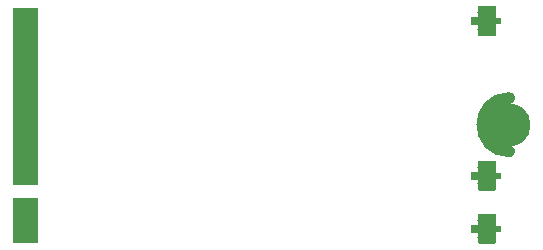
<source format=gts>
G04 #@! TF.FileFunction,Soldermask,Top*
%FSLAX46Y46*%
G04 Gerber Fmt 4.6, Leading zero omitted, Abs format (unit mm)*
G04 Created by KiCad (PCBNEW 4.0.7) date Fri Mar 16 12:52:25 2018*
%MOMM*%
%LPD*%
G01*
G04 APERTURE LIST*
%ADD10C,0.100000*%
%ADD11C,1.000000*%
%ADD12R,1.850000X0.500000*%
%ADD13R,1.580002X0.500002*%
%ADD14R,0.500002X0.500002*%
%ADD15R,0.740000X0.790000*%
%ADD16C,3.650000*%
%ADD17C,0.000010*%
%ADD18C,0.254000*%
G04 APERTURE END LIST*
D10*
D11*
X160850000Y-92750000D02*
G75*
G03X160850000Y-97250000I0J-2250000D01*
G01*
D12*
X120000000Y-104250000D03*
X120000000Y-103750000D03*
X120000000Y-103250000D03*
X120000000Y-102750000D03*
X120000000Y-102250000D03*
X120000000Y-101750000D03*
X120000000Y-99250000D03*
X120000000Y-98750000D03*
X120000000Y-98250000D03*
X120000000Y-97750000D03*
X120000000Y-97250000D03*
X120000000Y-96750000D03*
X120000000Y-96250000D03*
X120000000Y-95750000D03*
X120000000Y-95250000D03*
X120000000Y-94750000D03*
X120000000Y-94250000D03*
X120000000Y-93750000D03*
X120000000Y-93250000D03*
X120000000Y-92750000D03*
X120000000Y-92250000D03*
X120000000Y-91750000D03*
X120000000Y-91250000D03*
X120000000Y-90750000D03*
X120000000Y-90250000D03*
X120000000Y-89750000D03*
X120000000Y-89250000D03*
X120000000Y-88750000D03*
X120000000Y-88250000D03*
X120000000Y-87750000D03*
X120000000Y-87250000D03*
X120000000Y-86750000D03*
X120000000Y-86250000D03*
X120000000Y-85750000D03*
D13*
X158950000Y-98300000D03*
X158950000Y-100300000D03*
D14*
X159950000Y-99300000D03*
D15*
X157975000Y-99300000D03*
D10*
G36*
X159219999Y-98549999D02*
X159740001Y-98549999D01*
X159740001Y-98630001D01*
X159219999Y-98630001D01*
X159219999Y-98549999D01*
X159219999Y-98549999D01*
G37*
G36*
X159139999Y-98550000D02*
X159220000Y-98549999D01*
X159220001Y-98550000D01*
X159220000Y-98630001D01*
X159139999Y-98550000D01*
X159139999Y-98550000D01*
G37*
G36*
X158680000Y-98630001D02*
X158679999Y-98550000D01*
X158680000Y-98549999D01*
X158760001Y-98550000D01*
X158680000Y-98630001D01*
X158680000Y-98630001D01*
G37*
G36*
X158159999Y-98549999D02*
X158680001Y-98549999D01*
X158680001Y-98630001D01*
X158159999Y-98630001D01*
X158159999Y-98549999D01*
X158159999Y-98549999D01*
G37*
G36*
X159219999Y-99969999D02*
X159740001Y-99969999D01*
X159740001Y-100050001D01*
X159219999Y-100050001D01*
X159219999Y-99969999D01*
X159219999Y-99969999D01*
G37*
G36*
X158760001Y-100050000D02*
X158680000Y-100050001D01*
X158679999Y-100050000D01*
X158680000Y-99969999D01*
X158760001Y-100050000D01*
X158760001Y-100050000D01*
G37*
G36*
X159220000Y-99969999D02*
X159220001Y-100050000D01*
X159220000Y-100050001D01*
X159139999Y-100050000D01*
X159220000Y-99969999D01*
X159220000Y-99969999D01*
G37*
G36*
X158159999Y-99969999D02*
X158680001Y-99969999D01*
X158680001Y-100050001D01*
X158159999Y-100050001D01*
X158159999Y-99969999D01*
X158159999Y-99969999D01*
G37*
G36*
X159189999Y-98539999D02*
X159490001Y-98539999D01*
X159490001Y-98600001D01*
X159189999Y-98600001D01*
X159189999Y-98539999D01*
X159189999Y-98539999D01*
G37*
G36*
X158409999Y-98539999D02*
X158710001Y-98539999D01*
X158710001Y-98600001D01*
X158409999Y-98600001D01*
X158409999Y-98539999D01*
X158409999Y-98539999D01*
G37*
G36*
X158389999Y-98630001D02*
X158389999Y-98049999D01*
X158450001Y-98049999D01*
X158450001Y-98630001D01*
X158389999Y-98630001D01*
X158389999Y-98630001D01*
G37*
G36*
X159449999Y-100550001D02*
X159449999Y-99969999D01*
X159510001Y-99969999D01*
X159510001Y-100550001D01*
X159449999Y-100550001D01*
X159449999Y-100550001D01*
G37*
G36*
X159449999Y-98630001D02*
X159449999Y-98049999D01*
X159510001Y-98049999D01*
X159510001Y-98630001D01*
X159449999Y-98630001D01*
X159449999Y-98630001D01*
G37*
G36*
X158389999Y-100550001D02*
X158389999Y-99969999D01*
X158450001Y-99969999D01*
X158450001Y-100550001D01*
X158389999Y-100550001D01*
X158389999Y-100550001D01*
G37*
G36*
X159189999Y-99999999D02*
X159490001Y-99999999D01*
X159490001Y-100060001D01*
X159189999Y-100060001D01*
X159189999Y-99999999D01*
X159189999Y-99999999D01*
G37*
G36*
X158409999Y-99999999D02*
X158710001Y-99999999D01*
X158710001Y-100060001D01*
X158409999Y-100060001D01*
X158409999Y-99999999D01*
X158409999Y-99999999D01*
G37*
D13*
X158950000Y-102800000D03*
X158950000Y-104800000D03*
D14*
X159950000Y-103800000D03*
D15*
X157975000Y-103800000D03*
D10*
G36*
X159219999Y-103049999D02*
X159740001Y-103049999D01*
X159740001Y-103130001D01*
X159219999Y-103130001D01*
X159219999Y-103049999D01*
X159219999Y-103049999D01*
G37*
G36*
X159139999Y-103050000D02*
X159220000Y-103049999D01*
X159220001Y-103050000D01*
X159220000Y-103130001D01*
X159139999Y-103050000D01*
X159139999Y-103050000D01*
G37*
G36*
X158680000Y-103130001D02*
X158679999Y-103050000D01*
X158680000Y-103049999D01*
X158760001Y-103050000D01*
X158680000Y-103130001D01*
X158680000Y-103130001D01*
G37*
G36*
X158159999Y-103049999D02*
X158680001Y-103049999D01*
X158680001Y-103130001D01*
X158159999Y-103130001D01*
X158159999Y-103049999D01*
X158159999Y-103049999D01*
G37*
G36*
X159219999Y-104469999D02*
X159740001Y-104469999D01*
X159740001Y-104550001D01*
X159219999Y-104550001D01*
X159219999Y-104469999D01*
X159219999Y-104469999D01*
G37*
G36*
X158760001Y-104550000D02*
X158680000Y-104550001D01*
X158679999Y-104550000D01*
X158680000Y-104469999D01*
X158760001Y-104550000D01*
X158760001Y-104550000D01*
G37*
G36*
X159220000Y-104469999D02*
X159220001Y-104550000D01*
X159220000Y-104550001D01*
X159139999Y-104550000D01*
X159220000Y-104469999D01*
X159220000Y-104469999D01*
G37*
G36*
X158159999Y-104469999D02*
X158680001Y-104469999D01*
X158680001Y-104550001D01*
X158159999Y-104550001D01*
X158159999Y-104469999D01*
X158159999Y-104469999D01*
G37*
G36*
X159189999Y-103039999D02*
X159490001Y-103039999D01*
X159490001Y-103100001D01*
X159189999Y-103100001D01*
X159189999Y-103039999D01*
X159189999Y-103039999D01*
G37*
G36*
X158409999Y-103039999D02*
X158710001Y-103039999D01*
X158710001Y-103100001D01*
X158409999Y-103100001D01*
X158409999Y-103039999D01*
X158409999Y-103039999D01*
G37*
G36*
X158389999Y-103130001D02*
X158389999Y-102549999D01*
X158450001Y-102549999D01*
X158450001Y-103130001D01*
X158389999Y-103130001D01*
X158389999Y-103130001D01*
G37*
G36*
X159449999Y-105050001D02*
X159449999Y-104469999D01*
X159510001Y-104469999D01*
X159510001Y-105050001D01*
X159449999Y-105050001D01*
X159449999Y-105050001D01*
G37*
G36*
X159449999Y-103130001D02*
X159449999Y-102549999D01*
X159510001Y-102549999D01*
X159510001Y-103130001D01*
X159449999Y-103130001D01*
X159449999Y-103130001D01*
G37*
G36*
X158389999Y-105050001D02*
X158389999Y-104469999D01*
X158450001Y-104469999D01*
X158450001Y-105050001D01*
X158389999Y-105050001D01*
X158389999Y-105050001D01*
G37*
G36*
X159189999Y-104499999D02*
X159490001Y-104499999D01*
X159490001Y-104560001D01*
X159189999Y-104560001D01*
X159189999Y-104499999D01*
X159189999Y-104499999D01*
G37*
G36*
X158409999Y-104499999D02*
X158710001Y-104499999D01*
X158710001Y-104560001D01*
X158409999Y-104560001D01*
X158409999Y-104499999D01*
X158409999Y-104499999D01*
G37*
D13*
X158950000Y-85200000D03*
X158950000Y-87200000D03*
D14*
X159950000Y-86200000D03*
D15*
X157975000Y-86200000D03*
D10*
G36*
X159219999Y-85449999D02*
X159740001Y-85449999D01*
X159740001Y-85530001D01*
X159219999Y-85530001D01*
X159219999Y-85449999D01*
X159219999Y-85449999D01*
G37*
G36*
X159139999Y-85450000D02*
X159220000Y-85449999D01*
X159220001Y-85450000D01*
X159220000Y-85530001D01*
X159139999Y-85450000D01*
X159139999Y-85450000D01*
G37*
G36*
X158680000Y-85530001D02*
X158679999Y-85450000D01*
X158680000Y-85449999D01*
X158760001Y-85450000D01*
X158680000Y-85530001D01*
X158680000Y-85530001D01*
G37*
G36*
X158159999Y-85449999D02*
X158680001Y-85449999D01*
X158680001Y-85530001D01*
X158159999Y-85530001D01*
X158159999Y-85449999D01*
X158159999Y-85449999D01*
G37*
G36*
X159219999Y-86869999D02*
X159740001Y-86869999D01*
X159740001Y-86950001D01*
X159219999Y-86950001D01*
X159219999Y-86869999D01*
X159219999Y-86869999D01*
G37*
G36*
X158760001Y-86950000D02*
X158680000Y-86950001D01*
X158679999Y-86950000D01*
X158680000Y-86869999D01*
X158760001Y-86950000D01*
X158760001Y-86950000D01*
G37*
G36*
X159220000Y-86869999D02*
X159220001Y-86950000D01*
X159220000Y-86950001D01*
X159139999Y-86950000D01*
X159220000Y-86869999D01*
X159220000Y-86869999D01*
G37*
G36*
X158159999Y-86869999D02*
X158680001Y-86869999D01*
X158680001Y-86950001D01*
X158159999Y-86950001D01*
X158159999Y-86869999D01*
X158159999Y-86869999D01*
G37*
G36*
X159189999Y-85439999D02*
X159490001Y-85439999D01*
X159490001Y-85500001D01*
X159189999Y-85500001D01*
X159189999Y-85439999D01*
X159189999Y-85439999D01*
G37*
G36*
X158409999Y-85439999D02*
X158710001Y-85439999D01*
X158710001Y-85500001D01*
X158409999Y-85500001D01*
X158409999Y-85439999D01*
X158409999Y-85439999D01*
G37*
G36*
X158389999Y-85530001D02*
X158389999Y-84949999D01*
X158450001Y-84949999D01*
X158450001Y-85530001D01*
X158389999Y-85530001D01*
X158389999Y-85530001D01*
G37*
G36*
X159449999Y-87450001D02*
X159449999Y-86869999D01*
X159510001Y-86869999D01*
X159510001Y-87450001D01*
X159449999Y-87450001D01*
X159449999Y-87450001D01*
G37*
G36*
X159449999Y-85530001D02*
X159449999Y-84949999D01*
X159510001Y-84949999D01*
X159510001Y-85530001D01*
X159449999Y-85530001D01*
X159449999Y-85530001D01*
G37*
G36*
X158389999Y-87450001D02*
X158389999Y-86869999D01*
X158450001Y-86869999D01*
X158450001Y-87450001D01*
X158389999Y-87450001D01*
X158389999Y-87450001D01*
G37*
G36*
X159189999Y-86899999D02*
X159490001Y-86899999D01*
X159490001Y-86960001D01*
X159189999Y-86960001D01*
X159189999Y-86899999D01*
X159189999Y-86899999D01*
G37*
G36*
X158409999Y-86899999D02*
X158710001Y-86899999D01*
X158710001Y-86960001D01*
X158409999Y-86960001D01*
X158409999Y-86899999D01*
X158409999Y-86899999D01*
G37*
D16*
X160850000Y-95000000D03*
D17*
G36*
X120924995Y-100024995D02*
X118850005Y-100024995D01*
X118850005Y-85075005D01*
X120924995Y-85075005D01*
X120924995Y-100024995D01*
X120924995Y-100024995D01*
G37*
X120924995Y-100024995D02*
X118850005Y-100024995D01*
X118850005Y-85075005D01*
X120924995Y-85075005D01*
X120924995Y-100024995D01*
G36*
X120924995Y-104924995D02*
X118850005Y-104924995D01*
X118850005Y-101225005D01*
X120924995Y-101225005D01*
X120924995Y-104924995D01*
X120924995Y-104924995D01*
G37*
X120924995Y-104924995D02*
X118850005Y-104924995D01*
X118850005Y-101225005D01*
X120924995Y-101225005D01*
X120924995Y-104924995D01*
D18*
G36*
X159613000Y-100423000D02*
X158287000Y-100423000D01*
X158287000Y-98177000D01*
X159613000Y-98177000D01*
X159613000Y-100423000D01*
X159613000Y-100423000D01*
G37*
X159613000Y-100423000D02*
X158287000Y-100423000D01*
X158287000Y-98177000D01*
X159613000Y-98177000D01*
X159613000Y-100423000D01*
G36*
X159613000Y-87323000D02*
X158287000Y-87323000D01*
X158287000Y-85077000D01*
X159613000Y-85077000D01*
X159613000Y-87323000D01*
X159613000Y-87323000D01*
G37*
X159613000Y-87323000D02*
X158287000Y-87323000D01*
X158287000Y-85077000D01*
X159613000Y-85077000D01*
X159613000Y-87323000D01*
G36*
X159613000Y-104923000D02*
X158287000Y-104923000D01*
X158287000Y-102677000D01*
X159613000Y-102677000D01*
X159613000Y-104923000D01*
X159613000Y-104923000D01*
G37*
X159613000Y-104923000D02*
X158287000Y-104923000D01*
X158287000Y-102677000D01*
X159613000Y-102677000D01*
X159613000Y-104923000D01*
M02*

</source>
